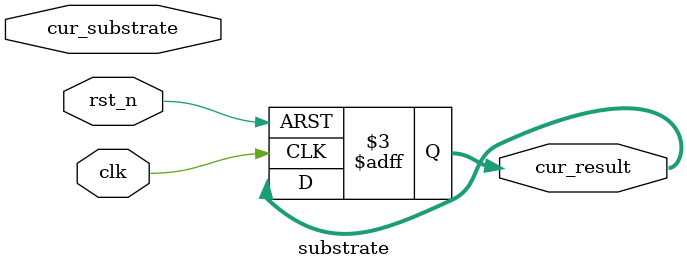
<source format=v>
`timescale 1ns / 1ps


module substrate
  #(
   parameter BIT_NUM = 5'b00000,
   parameter RESULT_00 = 16'b0,
   parameter RESULT_01 = 16'b0,
   parameter RESULT_02 = 16'b0,
   parameter RESULT_03 = 16'b0,
   parameter RESULT_04 = 16'b0,
   parameter RESULT_05 = 16'b0,
   parameter RESULT_06 = 16'b0,
   parameter RESULT_07 = 16'b0,
   parameter RESULT_08 = 16'b0,
   parameter RESULT_09 = 16'b0,
   parameter RESULT_10 = 16'b0,
   parameter RESULT_11 = 16'b0,
   parameter RESULT_12 = 16'b0,
   parameter RESULT_13 = 16'b0,
   parameter RESULT_14 = 16'b0,
   parameter RESULT_15 = 16'b0
   )
  (
   input [BIT_NUM:0] cur_substrate,
   input             clk,
   input             rst_n,
   output reg [15:0] cur_result
   );

   always @ (posedge clk or negedge rst_n)
     begin
        if(rst_n == 0)
          begin
             cur_result <= 0;
          end
        else
          begin
             case(cur_substrate)
             endcase
          end
     end

endmodule

</source>
